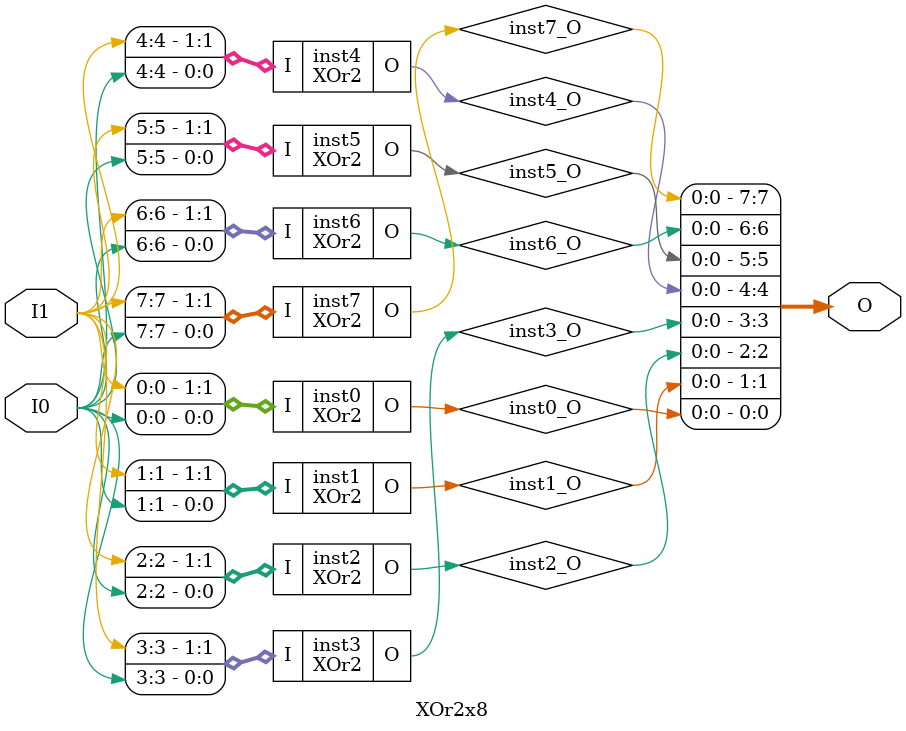
<source format=v>
module XOr2 (input [1:0] I, output  O);
wire  inst0_O;
LUT2 #(.INIT(4'h6)) inst0 (.I0(I[0]), .I1(I[1]), .O(inst0_O));
assign O = inst0_O;
endmodule

module XOr2x8 (input [7:0] I0, input [7:0] I1, output [7:0] O);
wire  inst0_O;
wire  inst1_O;
wire  inst2_O;
wire  inst3_O;
wire  inst4_O;
wire  inst5_O;
wire  inst6_O;
wire  inst7_O;
XOr2 inst0 (.I({I1[0],I0[0]}), .O(inst0_O));
XOr2 inst1 (.I({I1[1],I0[1]}), .O(inst1_O));
XOr2 inst2 (.I({I1[2],I0[2]}), .O(inst2_O));
XOr2 inst3 (.I({I1[3],I0[3]}), .O(inst3_O));
XOr2 inst4 (.I({I1[4],I0[4]}), .O(inst4_O));
XOr2 inst5 (.I({I1[5],I0[5]}), .O(inst5_O));
XOr2 inst6 (.I({I1[6],I0[6]}), .O(inst6_O));
XOr2 inst7 (.I({I1[7],I0[7]}), .O(inst7_O));
assign O = {inst7_O,inst6_O,inst5_O,inst4_O,inst3_O,inst2_O,inst1_O,inst0_O};
endmodule


</source>
